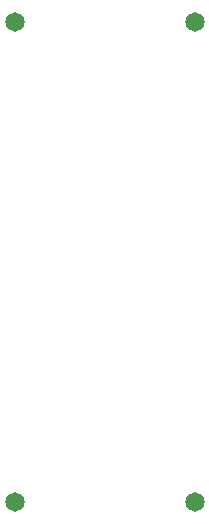
<source format=gbr>
%TF.GenerationSoftware,Altium Limited,Altium Designer,22.5.1 (42)*%
G04 Layer_Color=0*
%FSLAX45Y45*%
%MOMM*%
%TF.SameCoordinates,23F47D9D-8B9D-40EC-A212-7CA489FF55AC*%
%TF.FilePolarity,Positive*%
%TF.FileFunction,NonPlated,1,2,NPTH,Drill*%
%TF.Part,Single*%
G01*
G75*
%TA.AperFunction,ComponentDrill*%
%ADD33C,1.65100*%
D33*
X12090400Y3200400D02*
D03*
X13614400D02*
D03*
X12090400Y7264400D02*
D03*
X13614400D02*
D03*
%TF.MD5,4160eb5b4abd9da0fe0ca01edbd11cce*%
M02*

</source>
